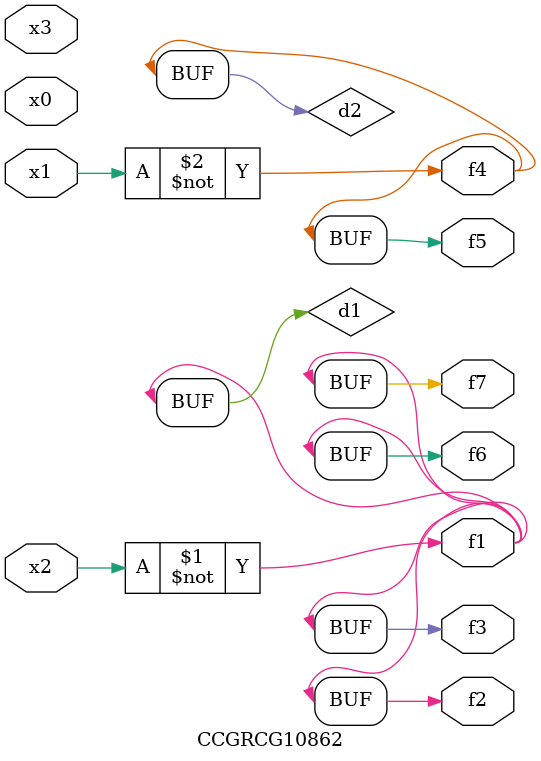
<source format=v>
module CCGRCG10862(
	input x0, x1, x2, x3,
	output f1, f2, f3, f4, f5, f6, f7
);

	wire d1, d2;

	xnor (d1, x2);
	not (d2, x1);
	assign f1 = d1;
	assign f2 = d1;
	assign f3 = d1;
	assign f4 = d2;
	assign f5 = d2;
	assign f6 = d1;
	assign f7 = d1;
endmodule

</source>
